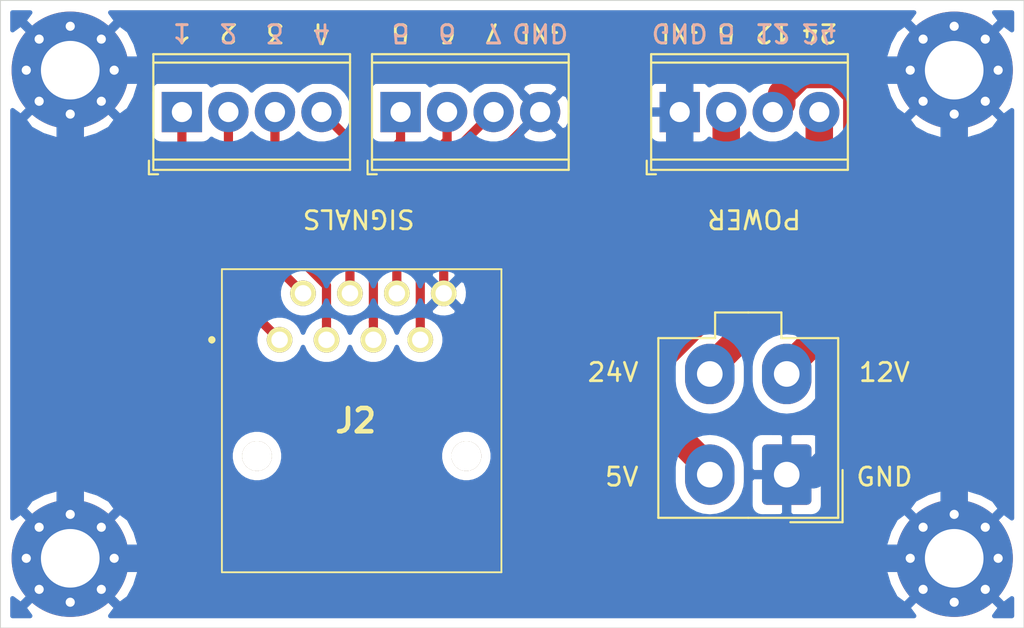
<source format=kicad_pcb>
(kicad_pcb (version 20171130) (host pcbnew "(5.1.4)-1")

  (general
    (thickness 1.6)
    (drawings 34)
    (tracks 57)
    (zones 0)
    (modules 9)
    (nets 12)
  )

  (page A4)
  (layers
    (0 F.Cu signal hide)
    (31 B.Cu signal hide)
    (32 B.Adhes user)
    (33 F.Adhes user)
    (34 B.Paste user)
    (35 F.Paste user)
    (36 B.SilkS user)
    (37 F.SilkS user)
    (38 B.Mask user)
    (39 F.Mask user)
    (40 Dwgs.User user)
    (41 Cmts.User user)
    (42 Eco1.User user)
    (43 Eco2.User user)
    (44 Edge.Cuts user)
    (45 Margin user)
    (46 B.CrtYd user)
    (47 F.CrtYd user)
    (48 B.Fab user)
    (49 F.Fab user hide)
  )

  (setup
    (last_trace_width 0.25)
    (user_trace_width 0.5)
    (user_trace_width 1)
    (user_trace_width 1.5)
    (trace_clearance 0.2)
    (zone_clearance 0.508)
    (zone_45_only no)
    (trace_min 0.2)
    (via_size 0.8)
    (via_drill 0.4)
    (via_min_size 0.4)
    (via_min_drill 0.3)
    (uvia_size 0.3)
    (uvia_drill 0.1)
    (uvias_allowed no)
    (uvia_min_size 0.2)
    (uvia_min_drill 0.1)
    (edge_width 0.05)
    (segment_width 0.2)
    (pcb_text_width 0.3)
    (pcb_text_size 1.5 1.5)
    (mod_edge_width 0.12)
    (mod_text_size 1 1)
    (mod_text_width 0.15)
    (pad_size 1.524 1.524)
    (pad_drill 0.762)
    (pad_to_mask_clearance 0.051)
    (solder_mask_min_width 0.25)
    (aux_axis_origin 0 0)
    (visible_elements 7FFFFFFF)
    (pcbplotparams
      (layerselection 0x010fc_ffffffff)
      (usegerberextensions false)
      (usegerberattributes false)
      (usegerberadvancedattributes false)
      (creategerberjobfile false)
      (excludeedgelayer true)
      (linewidth 0.100000)
      (plotframeref false)
      (viasonmask false)
      (mode 1)
      (useauxorigin false)
      (hpglpennumber 1)
      (hpglpenspeed 20)
      (hpglpendiameter 15.000000)
      (psnegative false)
      (psa4output false)
      (plotreference true)
      (plotvalue true)
      (plotinvisibletext false)
      (padsonsilk false)
      (subtractmaskfromsilk false)
      (outputformat 1)
      (mirror false)
      (drillshape 1)
      (scaleselection 1)
      (outputdirectory ""))
  )

  (net 0 "")
  (net 1 1)
  (net 2 2)
  (net 3 3)
  (net 4 4)
  (net 5 5)
  (net 6 6)
  (net 7 7)
  (net 8 GND)
  (net 9 5V)
  (net 10 12V)
  (net 11 24V)

  (net_class Default "This is the default net class."
    (clearance 0.2)
    (trace_width 0.25)
    (via_dia 0.8)
    (via_drill 0.4)
    (uvia_dia 0.3)
    (uvia_drill 0.1)
    (add_net 1)
    (add_net 12V)
    (add_net 2)
    (add_net 24V)
    (add_net 3)
    (add_net 4)
    (add_net 5)
    (add_net 5V)
    (add_net 6)
    (add_net 7)
    (add_net GND)
  )

  (module TerminalBlock_Phoenix:TerminalBlock_Phoenix_MPT-0,5-4-2.54_1x04_P2.54mm_Horizontal (layer F.Cu) (tedit 5B294F98) (tstamp 5E958038)
    (at 100.076 77.216)
    (descr "Terminal Block Phoenix MPT-0,5-4-2.54, 4 pins, pitch 2.54mm, size 10.6x6.2mm^2, drill diamater 1.1mm, pad diameter 2.2mm, see http://www.mouser.com/ds/2/324/ItemDetail_1725672-916605.pdf, script-generated using https://github.com/pointhi/kicad-footprint-generator/scripts/TerminalBlock_Phoenix")
    (tags "THT Terminal Block Phoenix MPT-0,5-4-2.54 pitch 2.54mm size 10.6x6.2mm^2 drill 1.1mm pad 2.2mm")
    (path /5E954147)
    (fp_text reference J1 (at 3.81 -4.16) (layer F.SilkS) hide
      (effects (font (size 1 1) (thickness 0.15)))
    )
    (fp_text value SignalA (at 3.81 4.16) (layer F.Fab)
      (effects (font (size 1 1) (thickness 0.15)))
    )
    (fp_circle (center 0 0) (end 1.1 0) (layer F.Fab) (width 0.1))
    (fp_circle (center 2.54 0) (end 3.64 0) (layer F.Fab) (width 0.1))
    (fp_circle (center 5.08 0) (end 6.18 0) (layer F.Fab) (width 0.1))
    (fp_circle (center 7.62 0) (end 8.72 0) (layer F.Fab) (width 0.1))
    (fp_line (start -1.5 -3.1) (end 9.12 -3.1) (layer F.Fab) (width 0.1))
    (fp_line (start 9.12 -3.1) (end 9.12 3.1) (layer F.Fab) (width 0.1))
    (fp_line (start 9.12 3.1) (end -1 3.1) (layer F.Fab) (width 0.1))
    (fp_line (start -1 3.1) (end -1.5 2.6) (layer F.Fab) (width 0.1))
    (fp_line (start -1.5 2.6) (end -1.5 -3.1) (layer F.Fab) (width 0.1))
    (fp_line (start -1.5 2.6) (end 9.12 2.6) (layer F.Fab) (width 0.1))
    (fp_line (start -1.56 2.6) (end 9.18 2.6) (layer F.SilkS) (width 0.12))
    (fp_line (start -1.5 -2.7) (end 9.12 -2.7) (layer F.Fab) (width 0.1))
    (fp_line (start -1.56 -2.7) (end 9.18 -2.7) (layer F.SilkS) (width 0.12))
    (fp_line (start -1.56 -3.16) (end 9.18 -3.16) (layer F.SilkS) (width 0.12))
    (fp_line (start -1.56 3.16) (end 9.18 3.16) (layer F.SilkS) (width 0.12))
    (fp_line (start -1.56 -3.16) (end -1.56 3.16) (layer F.SilkS) (width 0.12))
    (fp_line (start 9.18 -3.16) (end 9.18 3.16) (layer F.SilkS) (width 0.12))
    (fp_line (start 0.835 -0.7) (end -0.701 0.835) (layer F.Fab) (width 0.1))
    (fp_line (start 0.701 -0.835) (end -0.835 0.7) (layer F.Fab) (width 0.1))
    (fp_line (start 3.375 -0.7) (end 1.84 0.835) (layer F.Fab) (width 0.1))
    (fp_line (start 3.241 -0.835) (end 1.706 0.7) (layer F.Fab) (width 0.1))
    (fp_line (start 5.915 -0.7) (end 4.38 0.835) (layer F.Fab) (width 0.1))
    (fp_line (start 5.781 -0.835) (end 4.246 0.7) (layer F.Fab) (width 0.1))
    (fp_line (start 8.455 -0.7) (end 6.92 0.835) (layer F.Fab) (width 0.1))
    (fp_line (start 8.321 -0.835) (end 6.786 0.7) (layer F.Fab) (width 0.1))
    (fp_line (start -1.8 2.66) (end -1.8 3.4) (layer F.SilkS) (width 0.12))
    (fp_line (start -1.8 3.4) (end -1.3 3.4) (layer F.SilkS) (width 0.12))
    (fp_line (start -2 -3.6) (end -2 3.6) (layer F.CrtYd) (width 0.05))
    (fp_line (start -2 3.6) (end 9.63 3.6) (layer F.CrtYd) (width 0.05))
    (fp_line (start 9.63 3.6) (end 9.63 -3.6) (layer F.CrtYd) (width 0.05))
    (fp_line (start 9.63 -3.6) (end -2 -3.6) (layer F.CrtYd) (width 0.05))
    (fp_text user %R (at 3.81 2) (layer F.Fab)
      (effects (font (size 1 1) (thickness 0.15)))
    )
    (pad 1 thru_hole rect (at 0 0) (size 2.2 2.2) (drill 1.1) (layers *.Cu *.Mask)
      (net 1 1))
    (pad 2 thru_hole circle (at 2.54 0) (size 2.2 2.2) (drill 1.1) (layers *.Cu *.Mask)
      (net 2 2))
    (pad 3 thru_hole circle (at 5.08 0) (size 2.2 2.2) (drill 1.1) (layers *.Cu *.Mask)
      (net 3 3))
    (pad 4 thru_hole circle (at 7.62 0) (size 2.2 2.2) (drill 1.1) (layers *.Cu *.Mask)
      (net 4 4))
    (model ${KIPRJMOD}/../libs/4PinTerminalBlock.step
      (offset (xyz 3.81 3.175 3.048))
      (scale (xyz 1 1 1))
      (rotate (xyz -90 0 180))
    )
  )

  (module 949:949 (layer F.Cu) (tedit 5E9524B6) (tstamp 5E958056)
    (at 105.41 89.662)
    (descr 949)
    (tags Connector)
    (path /5E952BC7)
    (fp_text reference J2 (at 4.155 4.42) (layer F.SilkS)
      (effects (font (size 1.27 1.27) (thickness 0.254)))
    )
    (fp_text value 949 (at 4.155 4.42) (layer F.SilkS) hide
      (effects (font (size 1.27 1.27) (thickness 0.254)))
    )
    (fp_line (start -3.15 -3.86) (end 12.11 -3.86) (layer Dwgs.User) (width 0.2))
    (fp_line (start 12.11 -3.86) (end 12.11 12.7) (layer Dwgs.User) (width 0.2))
    (fp_line (start 12.11 12.7) (end -3.15 12.7) (layer Dwgs.User) (width 0.2))
    (fp_line (start -3.15 12.7) (end -3.15 -3.86) (layer Dwgs.User) (width 0.2))
    (fp_line (start -3.15 -3.86) (end 12.11 -3.86) (layer F.SilkS) (width 0.1))
    (fp_line (start 12.11 -3.86) (end 12.11 12.7) (layer F.SilkS) (width 0.1))
    (fp_line (start 12.11 12.7) (end -3.15 12.7) (layer F.SilkS) (width 0.1))
    (fp_line (start -3.15 12.7) (end -3.15 -3.86) (layer F.SilkS) (width 0.1))
    (fp_line (start -4.8 -4.86) (end 13.11 -4.86) (layer Dwgs.User) (width 0.1))
    (fp_line (start 13.11 -4.86) (end 13.11 13.7) (layer Dwgs.User) (width 0.1))
    (fp_line (start 13.11 13.7) (end -4.8 13.7) (layer Dwgs.User) (width 0.1))
    (fp_line (start -4.8 13.7) (end -4.8 -4.86) (layer Dwgs.User) (width 0.1))
    (fp_line (start -3.7 -0.1) (end -3.7 -0.1) (layer F.SilkS) (width 0.2))
    (fp_line (start -3.7 0.1) (end -3.7 0.1) (layer F.SilkS) (width 0.2))
    (fp_arc (start -3.7 0) (end -3.7 -0.1) (angle 180) (layer F.SilkS) (width 0.2))
    (fp_arc (start -3.7 0) (end -3.7 0.1) (angle 180) (layer F.SilkS) (width 0.2))
    (pad 1 thru_hole circle (at 0 0 90) (size 1.4 1.4) (drill 0.9) (layers *.Cu *.Mask F.SilkS)
      (net 1 1))
    (pad 2 thru_hole circle (at 1.28 -2.54 90) (size 1.4 1.4) (drill 0.9) (layers *.Cu *.Mask F.SilkS)
      (net 2 2))
    (pad 3 thru_hole circle (at 2.56 0 90) (size 1.4 1.4) (drill 0.9) (layers *.Cu *.Mask F.SilkS)
      (net 3 3))
    (pad 4 thru_hole circle (at 3.84 -2.54 90) (size 1.4 1.4) (drill 0.9) (layers *.Cu *.Mask F.SilkS)
      (net 4 4))
    (pad 5 thru_hole circle (at 5.12 0 90) (size 1.4 1.4) (drill 0.9) (layers *.Cu *.Mask F.SilkS)
      (net 5 5))
    (pad 6 thru_hole circle (at 6.4 -2.54 90) (size 1.4 1.4) (drill 0.9) (layers *.Cu *.Mask F.SilkS)
      (net 6 6))
    (pad 7 thru_hole circle (at 7.68 0 90) (size 1.4 1.4) (drill 0.9) (layers *.Cu *.Mask F.SilkS)
      (net 7 7))
    (pad 8 thru_hole circle (at 8.96 -2.54 90) (size 1.4 1.4) (drill 0.9) (layers *.Cu *.Mask F.SilkS)
      (net 8 GND))
    (pad 9 thru_hole circle (at -1.235 6.35 90) (size 1.625 1.625) (drill 3.25) (layers *.Cu *.Mask F.SilkS))
    (pad 10 thru_hole circle (at 10.195 6.35 90) (size 1.625 1.625) (drill 3.25) (layers *.Cu *.Mask F.SilkS))
    (model ${KIPRJMOD}/../libs/Keystone949/949.stp
      (at (xyz 0 0 0))
      (scale (xyz 1 1 1))
      (rotate (xyz 0 0 0))
    )
  )

  (module Connector_Molex:Molex_Mini-Fit_Jr_5566-04A_2x02_P4.20mm_Vertical (layer F.Cu) (tedit 5B781992) (tstamp 5E95808C)
    (at 133.096 97.028 180)
    (descr "Molex Mini-Fit Jr. Power Connectors, old mpn/engineering number: 5566-04A, example for new mpn: 39-28-x04x, 2 Pins per row, Mounting:  (http://www.molex.com/pdm_docs/sd/039281043_sd.pdf), generated with kicad-footprint-generator")
    (tags "connector Molex Mini-Fit_Jr side entry")
    (path /5E95382E)
    (fp_text reference POWER (at 2.032 -3.556) (layer F.SilkS) hide
      (effects (font (size 1 1) (thickness 0.15)))
    )
    (fp_text value MiniFitPower (at 2.1 9.95) (layer F.Fab)
      (effects (font (size 1 1) (thickness 0.15)))
    )
    (fp_line (start -2.7 -2.25) (end -2.7 7.35) (layer F.Fab) (width 0.1))
    (fp_line (start -2.7 7.35) (end 6.9 7.35) (layer F.Fab) (width 0.1))
    (fp_line (start 6.9 7.35) (end 6.9 -2.25) (layer F.Fab) (width 0.1))
    (fp_line (start 6.9 -2.25) (end -2.7 -2.25) (layer F.Fab) (width 0.1))
    (fp_line (start 0.4 7.35) (end 0.4 8.75) (layer F.Fab) (width 0.1))
    (fp_line (start 0.4 8.75) (end 3.8 8.75) (layer F.Fab) (width 0.1))
    (fp_line (start 3.8 8.75) (end 3.8 7.35) (layer F.Fab) (width 0.1))
    (fp_line (start -1.65 -1) (end -1.65 2.3) (layer F.Fab) (width 0.1))
    (fp_line (start -1.65 2.3) (end 1.65 2.3) (layer F.Fab) (width 0.1))
    (fp_line (start 1.65 2.3) (end 1.65 -1) (layer F.Fab) (width 0.1))
    (fp_line (start 1.65 -1) (end -1.65 -1) (layer F.Fab) (width 0.1))
    (fp_line (start -1.65 6.5) (end -1.65 4.025) (layer F.Fab) (width 0.1))
    (fp_line (start -1.65 4.025) (end -0.825 3.2) (layer F.Fab) (width 0.1))
    (fp_line (start -0.825 3.2) (end 0.825 3.2) (layer F.Fab) (width 0.1))
    (fp_line (start 0.825 3.2) (end 1.65 4.025) (layer F.Fab) (width 0.1))
    (fp_line (start 1.65 4.025) (end 1.65 6.5) (layer F.Fab) (width 0.1))
    (fp_line (start 1.65 6.5) (end -1.65 6.5) (layer F.Fab) (width 0.1))
    (fp_line (start 2.55 3.2) (end 2.55 6.5) (layer F.Fab) (width 0.1))
    (fp_line (start 2.55 6.5) (end 5.85 6.5) (layer F.Fab) (width 0.1))
    (fp_line (start 5.85 6.5) (end 5.85 3.2) (layer F.Fab) (width 0.1))
    (fp_line (start 5.85 3.2) (end 2.55 3.2) (layer F.Fab) (width 0.1))
    (fp_line (start 2.55 2.3) (end 2.55 -0.175) (layer F.Fab) (width 0.1))
    (fp_line (start 2.55 -0.175) (end 3.375 -1) (layer F.Fab) (width 0.1))
    (fp_line (start 3.375 -1) (end 5.025 -1) (layer F.Fab) (width 0.1))
    (fp_line (start 5.025 -1) (end 5.85 -0.175) (layer F.Fab) (width 0.1))
    (fp_line (start 5.85 -0.175) (end 5.85 2.3) (layer F.Fab) (width 0.1))
    (fp_line (start 5.85 2.3) (end 2.55 2.3) (layer F.Fab) (width 0.1))
    (fp_line (start 2.1 -2.36) (end -2.81 -2.36) (layer F.SilkS) (width 0.12))
    (fp_line (start -2.81 -2.36) (end -2.81 7.46) (layer F.SilkS) (width 0.12))
    (fp_line (start -2.81 7.46) (end 0.29 7.46) (layer F.SilkS) (width 0.12))
    (fp_line (start 0.29 7.46) (end 0.29 8.86) (layer F.SilkS) (width 0.12))
    (fp_line (start 0.29 8.86) (end 2.1 8.86) (layer F.SilkS) (width 0.12))
    (fp_line (start 2.1 -2.36) (end 7.01 -2.36) (layer F.SilkS) (width 0.12))
    (fp_line (start 7.01 -2.36) (end 7.01 7.46) (layer F.SilkS) (width 0.12))
    (fp_line (start 7.01 7.46) (end 3.91 7.46) (layer F.SilkS) (width 0.12))
    (fp_line (start 3.91 7.46) (end 3.91 8.86) (layer F.SilkS) (width 0.12))
    (fp_line (start 3.91 8.86) (end 2.1 8.86) (layer F.SilkS) (width 0.12))
    (fp_line (start -0.2 -2.6) (end -3.05 -2.6) (layer F.SilkS) (width 0.12))
    (fp_line (start -3.05 -2.6) (end -3.05 0.25) (layer F.SilkS) (width 0.12))
    (fp_line (start -0.2 -2.6) (end -3.05 -2.6) (layer F.Fab) (width 0.1))
    (fp_line (start -3.05 -2.6) (end -3.05 0.25) (layer F.Fab) (width 0.1))
    (fp_line (start -3.2 -2.75) (end -3.2 9.25) (layer F.CrtYd) (width 0.05))
    (fp_line (start -3.2 9.25) (end 7.4 9.25) (layer F.CrtYd) (width 0.05))
    (fp_line (start 7.4 9.25) (end 7.4 -2.75) (layer F.CrtYd) (width 0.05))
    (fp_line (start 7.4 -2.75) (end -3.2 -2.75) (layer F.CrtYd) (width 0.05))
    (fp_text user %R (at 2.1 -1.55) (layer F.Fab)
      (effects (font (size 1 1) (thickness 0.15)))
    )
    (pad 1 thru_hole roundrect (at 0 0 180) (size 2.7 3.3) (drill 1.4) (layers *.Cu *.Mask) (roundrect_rratio 0.09259299999999999)
      (net 8 GND))
    (pad 2 thru_hole oval (at 4.2 0 180) (size 2.7 3.3) (drill 1.4) (layers *.Cu *.Mask)
      (net 9 5V))
    (pad 3 thru_hole oval (at 0 5.5 180) (size 2.7 3.3) (drill 1.4) (layers *.Cu *.Mask)
      (net 10 12V))
    (pad 4 thru_hole oval (at 4.2 5.5 180) (size 2.7 3.3) (drill 1.4) (layers *.Cu *.Mask)
      (net 11 24V))
    (model ${KIPRJMOD}/../libs/039281043.stp
      (offset (xyz 2.1 -2.5 0))
      (scale (xyz 1 1 1))
      (rotate (xyz -90 0 180))
    )
  )

  (module TerminalBlock_Phoenix:TerminalBlock_Phoenix_MPT-0,5-4-2.54_1x04_P2.54mm_Horizontal (layer F.Cu) (tedit 5B294F98) (tstamp 5E9580B4)
    (at 127.254 77.216)
    (descr "Terminal Block Phoenix MPT-0,5-4-2.54, 4 pins, pitch 2.54mm, size 10.6x6.2mm^2, drill diamater 1.1mm, pad diameter 2.2mm, see http://www.mouser.com/ds/2/324/ItemDetail_1725672-916605.pdf, script-generated using https://github.com/pointhi/kicad-footprint-generator/scripts/TerminalBlock_Phoenix")
    (tags "THT Terminal Block Phoenix MPT-0,5-4-2.54 pitch 2.54mm size 10.6x6.2mm^2 drill 1.1mm pad 2.2mm")
    (path /5E957B7A)
    (fp_text reference J4 (at 3.81 -4.16) (layer F.SilkS) hide
      (effects (font (size 1 1) (thickness 0.15)))
    )
    (fp_text value Power (at 3.81 4.16) (layer F.Fab)
      (effects (font (size 1 1) (thickness 0.15)))
    )
    (fp_circle (center 0 0) (end 1.1 0) (layer F.Fab) (width 0.1))
    (fp_circle (center 2.54 0) (end 3.64 0) (layer F.Fab) (width 0.1))
    (fp_circle (center 5.08 0) (end 6.18 0) (layer F.Fab) (width 0.1))
    (fp_circle (center 7.62 0) (end 8.72 0) (layer F.Fab) (width 0.1))
    (fp_line (start -1.5 -3.1) (end 9.12 -3.1) (layer F.Fab) (width 0.1))
    (fp_line (start 9.12 -3.1) (end 9.12 3.1) (layer F.Fab) (width 0.1))
    (fp_line (start 9.12 3.1) (end -1 3.1) (layer F.Fab) (width 0.1))
    (fp_line (start -1 3.1) (end -1.5 2.6) (layer F.Fab) (width 0.1))
    (fp_line (start -1.5 2.6) (end -1.5 -3.1) (layer F.Fab) (width 0.1))
    (fp_line (start -1.5 2.6) (end 9.12 2.6) (layer F.Fab) (width 0.1))
    (fp_line (start -1.56 2.6) (end 9.18 2.6) (layer F.SilkS) (width 0.12))
    (fp_line (start -1.5 -2.7) (end 9.12 -2.7) (layer F.Fab) (width 0.1))
    (fp_line (start -1.56 -2.7) (end 9.18 -2.7) (layer F.SilkS) (width 0.12))
    (fp_line (start -1.56 -3.16) (end 9.18 -3.16) (layer F.SilkS) (width 0.12))
    (fp_line (start -1.56 3.16) (end 9.18 3.16) (layer F.SilkS) (width 0.12))
    (fp_line (start -1.56 -3.16) (end -1.56 3.16) (layer F.SilkS) (width 0.12))
    (fp_line (start 9.18 -3.16) (end 9.18 3.16) (layer F.SilkS) (width 0.12))
    (fp_line (start 0.835 -0.7) (end -0.701 0.835) (layer F.Fab) (width 0.1))
    (fp_line (start 0.701 -0.835) (end -0.835 0.7) (layer F.Fab) (width 0.1))
    (fp_line (start 3.375 -0.7) (end 1.84 0.835) (layer F.Fab) (width 0.1))
    (fp_line (start 3.241 -0.835) (end 1.706 0.7) (layer F.Fab) (width 0.1))
    (fp_line (start 5.915 -0.7) (end 4.38 0.835) (layer F.Fab) (width 0.1))
    (fp_line (start 5.781 -0.835) (end 4.246 0.7) (layer F.Fab) (width 0.1))
    (fp_line (start 8.455 -0.7) (end 6.92 0.835) (layer F.Fab) (width 0.1))
    (fp_line (start 8.321 -0.835) (end 6.786 0.7) (layer F.Fab) (width 0.1))
    (fp_line (start -1.8 2.66) (end -1.8 3.4) (layer F.SilkS) (width 0.12))
    (fp_line (start -1.8 3.4) (end -1.3 3.4) (layer F.SilkS) (width 0.12))
    (fp_line (start -2 -3.6) (end -2 3.6) (layer F.CrtYd) (width 0.05))
    (fp_line (start -2 3.6) (end 9.63 3.6) (layer F.CrtYd) (width 0.05))
    (fp_line (start 9.63 3.6) (end 9.63 -3.6) (layer F.CrtYd) (width 0.05))
    (fp_line (start 9.63 -3.6) (end -2 -3.6) (layer F.CrtYd) (width 0.05))
    (fp_text user %R (at 3.81 2) (layer F.Fab)
      (effects (font (size 1 1) (thickness 0.15)))
    )
    (pad 1 thru_hole rect (at 0 0) (size 2.2 2.2) (drill 1.1) (layers *.Cu *.Mask)
      (net 8 GND))
    (pad 2 thru_hole circle (at 2.54 0) (size 2.2 2.2) (drill 1.1) (layers *.Cu *.Mask)
      (net 9 5V))
    (pad 3 thru_hole circle (at 5.08 0) (size 2.2 2.2) (drill 1.1) (layers *.Cu *.Mask)
      (net 10 12V))
    (pad 4 thru_hole circle (at 7.62 0) (size 2.2 2.2) (drill 1.1) (layers *.Cu *.Mask)
      (net 11 24V))
    (model ${KIPRJMOD}/../libs/4PinTerminalBlock.step
      (offset (xyz 3.81 3.175 3.048))
      (scale (xyz 1 1 1))
      (rotate (xyz -90 0 180))
    )
  )

  (module TerminalBlock_Phoenix:TerminalBlock_Phoenix_MPT-0,5-4-2.54_1x04_P2.54mm_Horizontal (layer F.Cu) (tedit 5B294F98) (tstamp 5E9580DC)
    (at 112.014 77.216)
    (descr "Terminal Block Phoenix MPT-0,5-4-2.54, 4 pins, pitch 2.54mm, size 10.6x6.2mm^2, drill diamater 1.1mm, pad diameter 2.2mm, see http://www.mouser.com/ds/2/324/ItemDetail_1725672-916605.pdf, script-generated using https://github.com/pointhi/kicad-footprint-generator/scripts/TerminalBlock_Phoenix")
    (tags "THT Terminal Block Phoenix MPT-0,5-4-2.54 pitch 2.54mm size 10.6x6.2mm^2 drill 1.1mm pad 2.2mm")
    (path /5E9560A2)
    (fp_text reference J5 (at 3.81 -4.16) (layer F.SilkS) hide
      (effects (font (size 1 1) (thickness 0.15)))
    )
    (fp_text value SignalB (at 3.81 4.16) (layer F.Fab)
      (effects (font (size 1 1) (thickness 0.15)))
    )
    (fp_text user %R (at 3.81 2) (layer F.Fab)
      (effects (font (size 1 1) (thickness 0.15)))
    )
    (fp_line (start 9.63 -3.6) (end -2 -3.6) (layer F.CrtYd) (width 0.05))
    (fp_line (start 9.63 3.6) (end 9.63 -3.6) (layer F.CrtYd) (width 0.05))
    (fp_line (start -2 3.6) (end 9.63 3.6) (layer F.CrtYd) (width 0.05))
    (fp_line (start -2 -3.6) (end -2 3.6) (layer F.CrtYd) (width 0.05))
    (fp_line (start -1.8 3.4) (end -1.3 3.4) (layer F.SilkS) (width 0.12))
    (fp_line (start -1.8 2.66) (end -1.8 3.4) (layer F.SilkS) (width 0.12))
    (fp_line (start 8.321 -0.835) (end 6.786 0.7) (layer F.Fab) (width 0.1))
    (fp_line (start 8.455 -0.7) (end 6.92 0.835) (layer F.Fab) (width 0.1))
    (fp_line (start 5.781 -0.835) (end 4.246 0.7) (layer F.Fab) (width 0.1))
    (fp_line (start 5.915 -0.7) (end 4.38 0.835) (layer F.Fab) (width 0.1))
    (fp_line (start 3.241 -0.835) (end 1.706 0.7) (layer F.Fab) (width 0.1))
    (fp_line (start 3.375 -0.7) (end 1.84 0.835) (layer F.Fab) (width 0.1))
    (fp_line (start 0.701 -0.835) (end -0.835 0.7) (layer F.Fab) (width 0.1))
    (fp_line (start 0.835 -0.7) (end -0.701 0.835) (layer F.Fab) (width 0.1))
    (fp_line (start 9.18 -3.16) (end 9.18 3.16) (layer F.SilkS) (width 0.12))
    (fp_line (start -1.56 -3.16) (end -1.56 3.16) (layer F.SilkS) (width 0.12))
    (fp_line (start -1.56 3.16) (end 9.18 3.16) (layer F.SilkS) (width 0.12))
    (fp_line (start -1.56 -3.16) (end 9.18 -3.16) (layer F.SilkS) (width 0.12))
    (fp_line (start -1.56 -2.7) (end 9.18 -2.7) (layer F.SilkS) (width 0.12))
    (fp_line (start -1.5 -2.7) (end 9.12 -2.7) (layer F.Fab) (width 0.1))
    (fp_line (start -1.56 2.6) (end 9.18 2.6) (layer F.SilkS) (width 0.12))
    (fp_line (start -1.5 2.6) (end 9.12 2.6) (layer F.Fab) (width 0.1))
    (fp_line (start -1.5 2.6) (end -1.5 -3.1) (layer F.Fab) (width 0.1))
    (fp_line (start -1 3.1) (end -1.5 2.6) (layer F.Fab) (width 0.1))
    (fp_line (start 9.12 3.1) (end -1 3.1) (layer F.Fab) (width 0.1))
    (fp_line (start 9.12 -3.1) (end 9.12 3.1) (layer F.Fab) (width 0.1))
    (fp_line (start -1.5 -3.1) (end 9.12 -3.1) (layer F.Fab) (width 0.1))
    (fp_circle (center 7.62 0) (end 8.72 0) (layer F.Fab) (width 0.1))
    (fp_circle (center 5.08 0) (end 6.18 0) (layer F.Fab) (width 0.1))
    (fp_circle (center 2.54 0) (end 3.64 0) (layer F.Fab) (width 0.1))
    (fp_circle (center 0 0) (end 1.1 0) (layer F.Fab) (width 0.1))
    (pad 4 thru_hole circle (at 7.62 0) (size 2.2 2.2) (drill 1.1) (layers *.Cu *.Mask)
      (net 8 GND))
    (pad 3 thru_hole circle (at 5.08 0) (size 2.2 2.2) (drill 1.1) (layers *.Cu *.Mask)
      (net 7 7))
    (pad 2 thru_hole circle (at 2.54 0) (size 2.2 2.2) (drill 1.1) (layers *.Cu *.Mask)
      (net 6 6))
    (pad 1 thru_hole rect (at 0 0) (size 2.2 2.2) (drill 1.1) (layers *.Cu *.Mask)
      (net 5 5))
    (model ${KIPRJMOD}/../libs/4PinTerminalBlock.step
      (offset (xyz 3.81 3.175 3.048))
      (scale (xyz 1 1 1))
      (rotate (xyz -90 0 180))
    )
  )

  (module MountingHole:MountingHole_3.2mm_M3_Pad_Via (layer F.Cu) (tedit 56DDBCCA) (tstamp 5E958AD6)
    (at 93.98 101.6)
    (descr "Mounting Hole 3.2mm, M3")
    (tags "mounting hole 3.2mm m3")
    (path /5E9547C8)
    (attr virtual)
    (fp_text reference H1 (at 0 -4.2) (layer F.SilkS) hide
      (effects (font (size 1 1) (thickness 0.15)))
    )
    (fp_text value MountingHole_Pad (at 0 4.2) (layer F.Fab)
      (effects (font (size 1 1) (thickness 0.15)))
    )
    (fp_text user %R (at 0.3 0) (layer F.Fab)
      (effects (font (size 1 1) (thickness 0.15)))
    )
    (fp_circle (center 0 0) (end 3.2 0) (layer Cmts.User) (width 0.15))
    (fp_circle (center 0 0) (end 3.45 0) (layer F.CrtYd) (width 0.05))
    (pad 1 thru_hole circle (at 0 0) (size 6.4 6.4) (drill 3.2) (layers *.Cu *.Mask)
      (net 8 GND))
    (pad 1 thru_hole circle (at 2.4 0) (size 0.8 0.8) (drill 0.5) (layers *.Cu *.Mask)
      (net 8 GND))
    (pad 1 thru_hole circle (at 1.697056 1.697056) (size 0.8 0.8) (drill 0.5) (layers *.Cu *.Mask)
      (net 8 GND))
    (pad 1 thru_hole circle (at 0 2.4) (size 0.8 0.8) (drill 0.5) (layers *.Cu *.Mask)
      (net 8 GND))
    (pad 1 thru_hole circle (at -1.697056 1.697056) (size 0.8 0.8) (drill 0.5) (layers *.Cu *.Mask)
      (net 8 GND))
    (pad 1 thru_hole circle (at -2.4 0) (size 0.8 0.8) (drill 0.5) (layers *.Cu *.Mask)
      (net 8 GND))
    (pad 1 thru_hole circle (at -1.697056 -1.697056) (size 0.8 0.8) (drill 0.5) (layers *.Cu *.Mask)
      (net 8 GND))
    (pad 1 thru_hole circle (at 0 -2.4) (size 0.8 0.8) (drill 0.5) (layers *.Cu *.Mask)
      (net 8 GND))
    (pad 1 thru_hole circle (at 1.697056 -1.697056) (size 0.8 0.8) (drill 0.5) (layers *.Cu *.Mask)
      (net 8 GND))
  )

  (module MountingHole:MountingHole_3.2mm_M3_Pad_Via (layer F.Cu) (tedit 56DDBCCA) (tstamp 5E958A08)
    (at 142.24 101.6)
    (descr "Mounting Hole 3.2mm, M3")
    (tags "mounting hole 3.2mm m3")
    (path /5E954AB6)
    (attr virtual)
    (fp_text reference H2 (at 0 -4.2) (layer F.SilkS) hide
      (effects (font (size 1 1) (thickness 0.15)))
    )
    (fp_text value MountingHole_Pad (at 0 4.2) (layer F.Fab)
      (effects (font (size 1 1) (thickness 0.15)))
    )
    (fp_circle (center 0 0) (end 3.45 0) (layer F.CrtYd) (width 0.05))
    (fp_circle (center 0 0) (end 3.2 0) (layer Cmts.User) (width 0.15))
    (fp_text user %R (at 0.3 0) (layer F.Fab)
      (effects (font (size 1 1) (thickness 0.15)))
    )
    (pad 1 thru_hole circle (at 1.697056 -1.697056) (size 0.8 0.8) (drill 0.5) (layers *.Cu *.Mask)
      (net 8 GND))
    (pad 1 thru_hole circle (at 0 -2.4) (size 0.8 0.8) (drill 0.5) (layers *.Cu *.Mask)
      (net 8 GND))
    (pad 1 thru_hole circle (at -1.697056 -1.697056) (size 0.8 0.8) (drill 0.5) (layers *.Cu *.Mask)
      (net 8 GND))
    (pad 1 thru_hole circle (at -2.4 0) (size 0.8 0.8) (drill 0.5) (layers *.Cu *.Mask)
      (net 8 GND))
    (pad 1 thru_hole circle (at -1.697056 1.697056) (size 0.8 0.8) (drill 0.5) (layers *.Cu *.Mask)
      (net 8 GND))
    (pad 1 thru_hole circle (at 0 2.4) (size 0.8 0.8) (drill 0.5) (layers *.Cu *.Mask)
      (net 8 GND))
    (pad 1 thru_hole circle (at 1.697056 1.697056) (size 0.8 0.8) (drill 0.5) (layers *.Cu *.Mask)
      (net 8 GND))
    (pad 1 thru_hole circle (at 2.4 0) (size 0.8 0.8) (drill 0.5) (layers *.Cu *.Mask)
      (net 8 GND))
    (pad 1 thru_hole circle (at 0 0) (size 6.4 6.4) (drill 3.2) (layers *.Cu *.Mask)
      (net 8 GND))
  )

  (module MountingHole:MountingHole_3.2mm_M3_Pad_Via (layer F.Cu) (tedit 56DDBCCA) (tstamp 5E958A18)
    (at 93.98 74.93)
    (descr "Mounting Hole 3.2mm, M3")
    (tags "mounting hole 3.2mm m3")
    (path /5E954DBF)
    (attr virtual)
    (fp_text reference H3 (at 0 -4.2) (layer F.SilkS) hide
      (effects (font (size 1 1) (thickness 0.15)))
    )
    (fp_text value MountingHole_Pad (at 0 4.2) (layer F.Fab)
      (effects (font (size 1 1) (thickness 0.15)))
    )
    (fp_text user %R (at 0.3 0) (layer F.Fab)
      (effects (font (size 1 1) (thickness 0.15)))
    )
    (fp_circle (center 0 0) (end 3.2 0) (layer Cmts.User) (width 0.15))
    (fp_circle (center 0 0) (end 3.45 0) (layer F.CrtYd) (width 0.05))
    (pad 1 thru_hole circle (at 0 0) (size 6.4 6.4) (drill 3.2) (layers *.Cu *.Mask)
      (net 8 GND))
    (pad 1 thru_hole circle (at 2.4 0) (size 0.8 0.8) (drill 0.5) (layers *.Cu *.Mask)
      (net 8 GND))
    (pad 1 thru_hole circle (at 1.697056 1.697056) (size 0.8 0.8) (drill 0.5) (layers *.Cu *.Mask)
      (net 8 GND))
    (pad 1 thru_hole circle (at 0 2.4) (size 0.8 0.8) (drill 0.5) (layers *.Cu *.Mask)
      (net 8 GND))
    (pad 1 thru_hole circle (at -1.697056 1.697056) (size 0.8 0.8) (drill 0.5) (layers *.Cu *.Mask)
      (net 8 GND))
    (pad 1 thru_hole circle (at -2.4 0) (size 0.8 0.8) (drill 0.5) (layers *.Cu *.Mask)
      (net 8 GND))
    (pad 1 thru_hole circle (at -1.697056 -1.697056) (size 0.8 0.8) (drill 0.5) (layers *.Cu *.Mask)
      (net 8 GND))
    (pad 1 thru_hole circle (at 0 -2.4) (size 0.8 0.8) (drill 0.5) (layers *.Cu *.Mask)
      (net 8 GND))
    (pad 1 thru_hole circle (at 1.697056 -1.697056) (size 0.8 0.8) (drill 0.5) (layers *.Cu *.Mask)
      (net 8 GND))
  )

  (module MountingHole:MountingHole_3.2mm_M3_Pad_Via (layer F.Cu) (tedit 56DDBCCA) (tstamp 5E958A28)
    (at 142.24 74.93)
    (descr "Mounting Hole 3.2mm, M3")
    (tags "mounting hole 3.2mm m3")
    (path /5E9550BB)
    (attr virtual)
    (fp_text reference H4 (at 0 -4.2) (layer F.SilkS) hide
      (effects (font (size 1 1) (thickness 0.15)))
    )
    (fp_text value MountingHole_Pad (at 0 4.2) (layer F.Fab)
      (effects (font (size 1 1) (thickness 0.15)))
    )
    (fp_circle (center 0 0) (end 3.45 0) (layer F.CrtYd) (width 0.05))
    (fp_circle (center 0 0) (end 3.2 0) (layer Cmts.User) (width 0.15))
    (fp_text user %R (at 0.3 0) (layer F.Fab)
      (effects (font (size 1 1) (thickness 0.15)))
    )
    (pad 1 thru_hole circle (at 1.697056 -1.697056) (size 0.8 0.8) (drill 0.5) (layers *.Cu *.Mask)
      (net 8 GND))
    (pad 1 thru_hole circle (at 0 -2.4) (size 0.8 0.8) (drill 0.5) (layers *.Cu *.Mask)
      (net 8 GND))
    (pad 1 thru_hole circle (at -1.697056 -1.697056) (size 0.8 0.8) (drill 0.5) (layers *.Cu *.Mask)
      (net 8 GND))
    (pad 1 thru_hole circle (at -2.4 0) (size 0.8 0.8) (drill 0.5) (layers *.Cu *.Mask)
      (net 8 GND))
    (pad 1 thru_hole circle (at -1.697056 1.697056) (size 0.8 0.8) (drill 0.5) (layers *.Cu *.Mask)
      (net 8 GND))
    (pad 1 thru_hole circle (at 0 2.4) (size 0.8 0.8) (drill 0.5) (layers *.Cu *.Mask)
      (net 8 GND))
    (pad 1 thru_hole circle (at 1.697056 1.697056) (size 0.8 0.8) (drill 0.5) (layers *.Cu *.Mask)
      (net 8 GND))
    (pad 1 thru_hole circle (at 2.4 0) (size 0.8 0.8) (drill 0.5) (layers *.Cu *.Mask)
      (net 8 GND))
    (pad 1 thru_hole circle (at 0 0) (size 6.4 6.4) (drill 3.2) (layers *.Cu *.Mask)
      (net 8 GND))
  )

  (gr_text 5 (at 129.794 72.898 180) (layer B.SilkS) (tstamp 5E958F0D)
    (effects (font (size 1 1) (thickness 0.15)) (justify mirror))
  )
  (gr_text 5 (at 112.014 72.898 180) (layer B.SilkS) (tstamp 5E958F0C)
    (effects (font (size 1 1) (thickness 0.15)) (justify mirror))
  )
  (gr_text 4 (at 107.696 72.898 180) (layer B.SilkS) (tstamp 5E958F0B)
    (effects (font (size 1 1) (thickness 0.15)) (justify mirror))
  )
  (gr_text 6 (at 114.554 72.898 180) (layer B.SilkS) (tstamp 5E958F0A)
    (effects (font (size 1 1) (thickness 0.15)) (justify mirror))
  )
  (gr_text GND (at 127.254 72.898 180) (layer B.SilkS) (tstamp 5E958F09)
    (effects (font (size 1 1) (thickness 0.15)) (justify mirror))
  )
  (gr_text GND (at 119.634 72.898 180) (layer B.SilkS) (tstamp 5E958F08)
    (effects (font (size 1 1) (thickness 0.15)) (justify mirror))
  )
  (gr_text 7 (at 117.094 72.898 180) (layer B.SilkS) (tstamp 5E958F07)
    (effects (font (size 1 1) (thickness 0.15)) (justify mirror))
  )
  (gr_text 3 (at 105.156 72.898 180) (layer B.SilkS) (tstamp 5E958F06)
    (effects (font (size 1 1) (thickness 0.15)) (justify mirror))
  )
  (gr_text 2 (at 102.616 72.898 180) (layer B.SilkS) (tstamp 5E958F05)
    (effects (font (size 1 1) (thickness 0.15)) (justify mirror))
  )
  (gr_text 1 (at 100.076 72.898 180) (layer B.SilkS) (tstamp 5E958F04)
    (effects (font (size 1 1) (thickness 0.15)) (justify mirror))
  )
  (gr_text 24 (at 134.874 72.898 180) (layer B.SilkS) (tstamp 5E958F03)
    (effects (font (size 1 1) (thickness 0.15)) (justify mirror))
  )
  (gr_text 12 (at 132.334 72.898 180) (layer B.SilkS) (tstamp 5E958F02)
    (effects (font (size 1 1) (thickness 0.15)) (justify mirror))
  )
  (gr_text POWER (at 131.318 83.058 180) (layer F.SilkS) (tstamp 5E958DD7)
    (effects (font (size 1 1) (thickness 0.15)))
  )
  (gr_text 24 (at 134.874 72.898 180) (layer F.SilkS) (tstamp 5E958C72)
    (effects (font (size 1 1) (thickness 0.15)))
  )
  (gr_text 12 (at 132.334 72.898 180) (layer F.SilkS) (tstamp 5E958C70)
    (effects (font (size 1 1) (thickness 0.15)))
  )
  (gr_text 5 (at 129.794 72.898 180) (layer F.SilkS) (tstamp 5E958C6E)
    (effects (font (size 1 1) (thickness 0.15)))
  )
  (gr_text GND (at 127.254 72.898 180) (layer F.SilkS) (tstamp 5E958C6C)
    (effects (font (size 1 1) (thickness 0.15)))
  )
  (gr_text GND (at 119.634 72.898 180) (layer F.SilkS) (tstamp 5E958C6A)
    (effects (font (size 1 1) (thickness 0.15)))
  )
  (gr_text 7 (at 117.094 72.898 180) (layer F.SilkS) (tstamp 5E958C68)
    (effects (font (size 1 1) (thickness 0.15)))
  )
  (gr_text 6 (at 114.554 72.898 180) (layer F.SilkS) (tstamp 5E958C66)
    (effects (font (size 1 1) (thickness 0.15)))
  )
  (gr_text 5 (at 112.014 72.898 180) (layer F.SilkS) (tstamp 5E958C64)
    (effects (font (size 1 1) (thickness 0.15)))
  )
  (gr_text 4 (at 107.696 72.898 180) (layer F.SilkS) (tstamp 5E958C62)
    (effects (font (size 1 1) (thickness 0.15)))
  )
  (gr_text 3 (at 105.156 72.898 180) (layer F.SilkS) (tstamp 5E958C60)
    (effects (font (size 1 1) (thickness 0.15)))
  )
  (gr_text 2 (at 102.616 72.898 180) (layer F.SilkS) (tstamp 5E958C5E)
    (effects (font (size 1 1) (thickness 0.15)))
  )
  (gr_text 1 (at 100.076 72.898 180) (layer F.SilkS) (tstamp 5E958C56)
    (effects (font (size 1 1) (thickness 0.15)))
  )
  (gr_text SIGNALS (at 109.728 83.058 180) (layer F.SilkS) (tstamp 5E958C50)
    (effects (font (size 1 1) (thickness 0.15)))
  )
  (gr_text 24V (at 125.095 91.44) (layer F.SilkS) (tstamp 5E958BDA)
    (effects (font (size 1 1) (thickness 0.15)) (justify right))
  )
  (gr_text 12V (at 138.43 91.44) (layer F.SilkS) (tstamp 5E958BD4)
    (effects (font (size 1 1) (thickness 0.15)))
  )
  (gr_text 5V (at 125.095 97.155) (layer F.SilkS) (tstamp 5E958BD1)
    (effects (font (size 1 1) (thickness 0.15)) (justify right))
  )
  (gr_text GND (at 138.43 97.155) (layer F.SilkS)
    (effects (font (size 1 1) (thickness 0.15)))
  )
  (gr_line (start 90.17 105.41) (end 90.17 71.12) (layer Edge.Cuts) (width 0.05) (tstamp 5E958BC8))
  (gr_line (start 146.05 105.41) (end 90.17 105.41) (layer Edge.Cuts) (width 0.05))
  (gr_line (start 146.05 71.12) (end 146.05 105.41) (layer Edge.Cuts) (width 0.05))
  (gr_line (start 90.17 71.12) (end 146.05 71.12) (layer Edge.Cuts) (width 0.05))

  (segment (start 100.076 84.328) (end 105.41 89.662) (width 0.5) (layer F.Cu) (net 1))
  (segment (start 100.076 77.216) (end 100.076 84.328) (width 0.5) (layer F.Cu) (net 1))
  (segment (start 102.616 83.048) (end 106.69 87.122) (width 0.5) (layer F.Cu) (net 2))
  (segment (start 102.616 77.216) (end 102.616 83.048) (width 0.5) (layer F.Cu) (net 2))
  (segment (start 107.97 88.672051) (end 107.97 89.662) (width 0.5) (layer F.Cu) (net 3))
  (segment (start 107.97 86.699998) (end 107.97 88.672051) (width 0.5) (layer F.Cu) (net 3))
  (segment (start 105.156 77.216) (end 105.156 83.885998) (width 0.5) (layer F.Cu) (net 3))
  (segment (start 105.156 83.885998) (end 107.97 86.699998) (width 0.5) (layer F.Cu) (net 3))
  (segment (start 109.25 78.77) (end 109.25 87.122) (width 0.5) (layer F.Cu) (net 4))
  (segment (start 107.696 77.216) (end 109.25 78.77) (width 0.5) (layer F.Cu) (net 4))
  (segment (start 110.53 88.672051) (end 110.53 89.662) (width 0.5) (layer F.Cu) (net 5))
  (segment (start 110.53 80.3) (end 110.53 88.672051) (width 0.5) (layer F.Cu) (net 5))
  (segment (start 112.014 77.216) (end 112.014 78.816) (width 0.5) (layer F.Cu) (net 5))
  (segment (start 112.014 78.816) (end 110.53 80.3) (width 0.5) (layer F.Cu) (net 5))
  (segment (start 114.554 78.771634) (end 111.791634 81.534) (width 0.5) (layer F.Cu) (net 6))
  (segment (start 114.554 77.216) (end 114.554 78.771634) (width 0.5) (layer F.Cu) (net 6))
  (segment (start 111.81 81.552366) (end 111.81 87.122) (width 0.5) (layer F.Cu) (net 6))
  (segment (start 111.791634 81.534) (end 111.81 81.552366) (width 0.5) (layer F.Cu) (net 6))
  (segment (start 115.25401 79.05599) (end 115.25401 80.57999) (width 0.5) (layer F.Cu) (net 7))
  (segment (start 117.094 77.216) (end 115.25401 79.05599) (width 0.5) (layer F.Cu) (net 7))
  (segment (start 113.09 82.744) (end 113.09 89.662) (width 0.5) (layer F.Cu) (net 7))
  (segment (start 115.25401 80.57999) (end 113.09 82.744) (width 0.5) (layer F.Cu) (net 7))
  (segment (start 114.37 82.48) (end 114.37 87.122) (width 0.5) (layer F.Cu) (net 8))
  (segment (start 119.634 77.216) (end 114.37 82.48) (width 0.5) (layer F.Cu) (net 8))
  (segment (start 135.39601 96.17799) (end 135.39601 90.18401) (width 1.5) (layer B.Cu) (net 8))
  (segment (start 133.096 97.028) (end 134.546 97.028) (width 1.5) (layer B.Cu) (net 8))
  (segment (start 134.546 97.028) (end 135.39601 96.17799) (width 1.5) (layer B.Cu) (net 8))
  (segment (start 127.254 82.042) (end 127.254 77.216) (width 1.5) (layer B.Cu) (net 8))
  (segment (start 135.39601 90.18401) (end 127.254 82.042) (width 1.5) (layer B.Cu) (net 8))
  (segment (start 93.98 74.93) (end 98.505483 74.93) (width 1.5) (layer B.Cu) (net 8))
  (segment (start 93.98 74.93) (end 93.98 101.6) (width 1.5) (layer B.Cu) (net 8))
  (segment (start 98.505483 101.6) (end 142.24 101.6) (width 1.5) (layer B.Cu) (net 8))
  (segment (start 93.98 101.6) (end 98.505483 101.6) (width 1.5) (layer B.Cu) (net 8))
  (segment (start 142.24 97.074517) (end 142.24 74.93) (width 1.5) (layer B.Cu) (net 8))
  (segment (start 142.24 101.6) (end 142.24 97.074517) (width 1.5) (layer B.Cu) (net 8))
  (segment (start 127.254 75.184) (end 127 74.93) (width 1.5) (layer B.Cu) (net 8))
  (segment (start 127.254 77.216) (end 127.254 75.184) (width 1.5) (layer B.Cu) (net 8))
  (segment (start 98.505483 74.93) (end 127 74.93) (width 1.5) (layer B.Cu) (net 8))
  (segment (start 127 74.93) (end 142.24 74.93) (width 1.5) (layer B.Cu) (net 8))
  (segment (start 128.896 96.728) (end 128.896 97.028) (width 1.5) (layer F.Cu) (net 9))
  (segment (start 126.046 93.878) (end 128.896 96.728) (width 1.5) (layer F.Cu) (net 9))
  (segment (start 126.046 90.825295) (end 126.046 93.878) (width 1.5) (layer F.Cu) (net 9))
  (segment (start 129.794 77.216) (end 129.794 87.077295) (width 1.5) (layer F.Cu) (net 9))
  (segment (start 129.794 87.077295) (end 126.046 90.825295) (width 1.5) (layer F.Cu) (net 9))
  (segment (start 133.096 91.228) (end 133.096 91.528) (width 1.5) (layer F.Cu) (net 10))
  (segment (start 136.924001 87.399999) (end 133.096 91.228) (width 1.5) (layer F.Cu) (net 10))
  (segment (start 132.823999 76.726001) (end 132.823999 76.231999) (width 1.5) (layer F.Cu) (net 10))
  (segment (start 132.334 77.216) (end 132.823999 76.726001) (width 1.5) (layer F.Cu) (net 10))
  (segment (start 132.823999 76.231999) (end 133.889999 75.165999) (width 1.5) (layer F.Cu) (net 10))
  (segment (start 133.889999 75.165999) (end 135.858001 75.165999) (width 1.5) (layer F.Cu) (net 10))
  (segment (start 135.858001 75.165999) (end 136.924001 76.231999) (width 1.5) (layer F.Cu) (net 10))
  (segment (start 136.924001 76.231999) (end 136.924001 87.399999) (width 1.5) (layer F.Cu) (net 10))
  (segment (start 128.896 91.228) (end 128.896 91.528) (width 1.5) (layer F.Cu) (net 11))
  (segment (start 131.746 88.378) (end 128.896 91.228) (width 1.5) (layer F.Cu) (net 11))
  (segment (start 132.046 88.378) (end 131.746 88.378) (width 1.5) (layer F.Cu) (net 11))
  (segment (start 134.874 77.216) (end 134.874 85.55) (width 1.5) (layer F.Cu) (net 11))
  (segment (start 134.874 85.55) (end 132.046 88.378) (width 1.5) (layer F.Cu) (net 11))

  (zone (net 8) (net_name GND) (layer B.Cu) (tstamp 0) (hatch edge 0.508)
    (connect_pads (clearance 0.508))
    (min_thickness 0.254)
    (fill yes (arc_segments 32) (thermal_gap 0.508) (thermal_bridge_width 0.508))
    (polygon
      (pts
        (xy 146.05 71.12) (xy 146.05 105.41) (xy 90.17 105.41) (xy 90.17 71.12)
      )
    )
    (filled_polygon
      (pts
        (xy 91.458724 72.229119) (xy 93.98 74.750395) (xy 96.501276 72.229119) (xy 96.170914 71.78) (xy 140.049086 71.78)
        (xy 139.718724 72.229119) (xy 142.24 74.750395) (xy 144.761276 72.229119) (xy 144.430914 71.78) (xy 145.39 71.78)
        (xy 145.39 72.739086) (xy 144.940881 72.408724) (xy 142.419605 74.93) (xy 144.940881 77.451276) (xy 145.39 77.120914)
        (xy 145.390001 99.409086) (xy 144.940881 99.078724) (xy 142.419605 101.6) (xy 144.940881 104.121276) (xy 145.390001 103.790913)
        (xy 145.390001 104.75) (xy 144.430914 104.75) (xy 144.761276 104.300881) (xy 142.24 101.779605) (xy 139.718724 104.300881)
        (xy 140.049086 104.75) (xy 96.170914 104.75) (xy 96.501276 104.300881) (xy 93.98 101.779605) (xy 91.458724 104.300881)
        (xy 91.789086 104.75) (xy 90.83 104.75) (xy 90.83 103.790914) (xy 91.279119 104.121276) (xy 93.800395 101.6)
        (xy 94.159605 101.6) (xy 96.680881 104.121276) (xy 97.170548 103.761088) (xy 97.530849 103.097118) (xy 97.754694 102.375615)
        (xy 97.83348 101.624305) (xy 97.829002 101.575695) (xy 138.38652 101.575695) (xy 138.455822 102.327938) (xy 138.670548 103.052208)
        (xy 139.022445 103.72067) (xy 139.049452 103.761088) (xy 139.539119 104.121276) (xy 142.060395 101.6) (xy 139.539119 99.078724)
        (xy 139.049452 99.438912) (xy 138.689151 100.102882) (xy 138.465306 100.824385) (xy 138.38652 101.575695) (xy 97.829002 101.575695)
        (xy 97.764178 100.872062) (xy 97.549452 100.147792) (xy 97.197555 99.47933) (xy 97.170548 99.438912) (xy 96.680881 99.078724)
        (xy 94.159605 101.6) (xy 93.800395 101.6) (xy 91.279119 99.078724) (xy 90.83 99.409086) (xy 90.83 98.899119)
        (xy 91.458724 98.899119) (xy 93.98 101.420395) (xy 96.501276 98.899119) (xy 96.141088 98.409452) (xy 95.477118 98.049151)
        (xy 94.755615 97.825306) (xy 94.004305 97.74652) (xy 93.252062 97.815822) (xy 92.527792 98.030548) (xy 91.85933 98.382445)
        (xy 91.818912 98.409452) (xy 91.458724 98.899119) (xy 90.83 98.899119) (xy 90.83 95.869434) (xy 102.7275 95.869434)
        (xy 102.7275 96.154566) (xy 102.783126 96.43422) (xy 102.892242 96.697648) (xy 103.050653 96.934728) (xy 103.252272 97.136347)
        (xy 103.489352 97.294758) (xy 103.75278 97.403874) (xy 104.032434 97.4595) (xy 104.317566 97.4595) (xy 104.59722 97.403874)
        (xy 104.860648 97.294758) (xy 105.097728 97.136347) (xy 105.299347 96.934728) (xy 105.457758 96.697648) (xy 105.566874 96.43422)
        (xy 105.6225 96.154566) (xy 105.6225 95.869434) (xy 114.1575 95.869434) (xy 114.1575 96.154566) (xy 114.213126 96.43422)
        (xy 114.322242 96.697648) (xy 114.480653 96.934728) (xy 114.682272 97.136347) (xy 114.919352 97.294758) (xy 115.18278 97.403874)
        (xy 115.462434 97.4595) (xy 115.747566 97.4595) (xy 116.02722 97.403874) (xy 116.290648 97.294758) (xy 116.527728 97.136347)
        (xy 116.729347 96.934728) (xy 116.887758 96.697648) (xy 116.915575 96.63049) (xy 126.911 96.63049) (xy 126.911 97.425509)
        (xy 126.939722 97.717127) (xy 127.053226 98.091301) (xy 127.237547 98.436143) (xy 127.485602 98.738398) (xy 127.787857 98.986453)
        (xy 128.132698 99.170774) (xy 128.506872 99.284278) (xy 128.896 99.322604) (xy 129.285127 99.284278) (xy 129.659301 99.170774)
        (xy 130.004143 98.986453) (xy 130.306398 98.738398) (xy 130.355965 98.678) (xy 131.107928 98.678) (xy 131.120188 98.802482)
        (xy 131.156498 98.92218) (xy 131.215463 99.032494) (xy 131.294815 99.129185) (xy 131.391506 99.208537) (xy 131.50182 99.267502)
        (xy 131.621518 99.303812) (xy 131.746 99.316072) (xy 132.81025 99.313) (xy 132.969 99.15425) (xy 132.969 97.155)
        (xy 133.223 97.155) (xy 133.223 99.15425) (xy 133.38175 99.313) (xy 134.446 99.316072) (xy 134.570482 99.303812)
        (xy 134.69018 99.267502) (xy 134.800494 99.208537) (xy 134.897185 99.129185) (xy 134.976537 99.032494) (xy 135.035502 98.92218)
        (xy 135.042497 98.899119) (xy 139.718724 98.899119) (xy 142.24 101.420395) (xy 144.761276 98.899119) (xy 144.401088 98.409452)
        (xy 143.737118 98.049151) (xy 143.015615 97.825306) (xy 142.264305 97.74652) (xy 141.512062 97.815822) (xy 140.787792 98.030548)
        (xy 140.11933 98.382445) (xy 140.078912 98.409452) (xy 139.718724 98.899119) (xy 135.042497 98.899119) (xy 135.071812 98.802482)
        (xy 135.084072 98.678) (xy 135.081 97.31375) (xy 134.92225 97.155) (xy 133.223 97.155) (xy 132.969 97.155)
        (xy 131.26975 97.155) (xy 131.111 97.31375) (xy 131.107928 98.678) (xy 130.355965 98.678) (xy 130.554453 98.436143)
        (xy 130.738774 98.091302) (xy 130.852278 97.717128) (xy 130.881 97.42551) (xy 130.881 96.630491) (xy 130.852278 96.338873)
        (xy 130.738774 95.964698) (xy 130.554453 95.619857) (xy 130.355966 95.378) (xy 131.107928 95.378) (xy 131.111 96.74225)
        (xy 131.26975 96.901) (xy 132.969 96.901) (xy 132.969 94.90175) (xy 133.223 94.90175) (xy 133.223 96.901)
        (xy 134.92225 96.901) (xy 135.081 96.74225) (xy 135.084072 95.378) (xy 135.071812 95.253518) (xy 135.035502 95.13382)
        (xy 134.976537 95.023506) (xy 134.897185 94.926815) (xy 134.800494 94.847463) (xy 134.69018 94.788498) (xy 134.570482 94.752188)
        (xy 134.446 94.739928) (xy 133.38175 94.743) (xy 133.223 94.90175) (xy 132.969 94.90175) (xy 132.81025 94.743)
        (xy 131.746 94.739928) (xy 131.621518 94.752188) (xy 131.50182 94.788498) (xy 131.391506 94.847463) (xy 131.294815 94.926815)
        (xy 131.215463 95.023506) (xy 131.156498 95.13382) (xy 131.120188 95.253518) (xy 131.107928 95.378) (xy 130.355966 95.378)
        (xy 130.306398 95.317602) (xy 130.004143 95.069547) (xy 129.659302 94.885226) (xy 129.285128 94.771722) (xy 128.896 94.733396)
        (xy 128.506873 94.771722) (xy 128.132699 94.885226) (xy 127.787858 95.069547) (xy 127.485603 95.317602) (xy 127.237547 95.619857)
        (xy 127.053226 95.964698) (xy 126.939722 96.338872) (xy 126.911 96.63049) (xy 116.915575 96.63049) (xy 116.996874 96.43422)
        (xy 117.0525 96.154566) (xy 117.0525 95.869434) (xy 116.996874 95.58978) (xy 116.887758 95.326352) (xy 116.729347 95.089272)
        (xy 116.527728 94.887653) (xy 116.290648 94.729242) (xy 116.02722 94.620126) (xy 115.747566 94.5645) (xy 115.462434 94.5645)
        (xy 115.18278 94.620126) (xy 114.919352 94.729242) (xy 114.682272 94.887653) (xy 114.480653 95.089272) (xy 114.322242 95.326352)
        (xy 114.213126 95.58978) (xy 114.1575 95.869434) (xy 105.6225 95.869434) (xy 105.566874 95.58978) (xy 105.457758 95.326352)
        (xy 105.299347 95.089272) (xy 105.097728 94.887653) (xy 104.860648 94.729242) (xy 104.59722 94.620126) (xy 104.317566 94.5645)
        (xy 104.032434 94.5645) (xy 103.75278 94.620126) (xy 103.489352 94.729242) (xy 103.252272 94.887653) (xy 103.050653 95.089272)
        (xy 102.892242 95.326352) (xy 102.783126 95.58978) (xy 102.7275 95.869434) (xy 90.83 95.869434) (xy 90.83 91.13049)
        (xy 126.911 91.13049) (xy 126.911 91.925509) (xy 126.939722 92.217127) (xy 127.053226 92.591301) (xy 127.237547 92.936143)
        (xy 127.485602 93.238398) (xy 127.787857 93.486453) (xy 128.132698 93.670774) (xy 128.506872 93.784278) (xy 128.896 93.822604)
        (xy 129.285127 93.784278) (xy 129.659301 93.670774) (xy 130.004143 93.486453) (xy 130.306398 93.238398) (xy 130.554453 92.936143)
        (xy 130.738774 92.591302) (xy 130.852278 92.217128) (xy 130.881 91.92551) (xy 130.881 91.130491) (xy 130.881 91.13049)
        (xy 131.111 91.13049) (xy 131.111 91.925509) (xy 131.139722 92.217127) (xy 131.253226 92.591301) (xy 131.437547 92.936143)
        (xy 131.685602 93.238398) (xy 131.987857 93.486453) (xy 132.332698 93.670774) (xy 132.706872 93.784278) (xy 133.096 93.822604)
        (xy 133.485127 93.784278) (xy 133.859301 93.670774) (xy 134.204143 93.486453) (xy 134.506398 93.238398) (xy 134.754453 92.936143)
        (xy 134.938774 92.591302) (xy 135.052278 92.217128) (xy 135.081 91.92551) (xy 135.081 91.130491) (xy 135.052278 90.838873)
        (xy 134.938774 90.464698) (xy 134.754453 90.119857) (xy 134.506398 89.817602) (xy 134.204143 89.569547) (xy 133.859302 89.385226)
        (xy 133.485128 89.271722) (xy 133.096 89.233396) (xy 132.706873 89.271722) (xy 132.332699 89.385226) (xy 131.987858 89.569547)
        (xy 131.685603 89.817602) (xy 131.437547 90.119857) (xy 131.253226 90.464698) (xy 131.139722 90.838872) (xy 131.111 91.13049)
        (xy 130.881 91.13049) (xy 130.852278 90.838873) (xy 130.738774 90.464698) (xy 130.554453 90.119857) (xy 130.306398 89.817602)
        (xy 130.004143 89.569547) (xy 129.659302 89.385226) (xy 129.285128 89.271722) (xy 128.896 89.233396) (xy 128.506873 89.271722)
        (xy 128.132699 89.385226) (xy 127.787858 89.569547) (xy 127.485603 89.817602) (xy 127.237547 90.119857) (xy 127.053226 90.464698)
        (xy 126.939722 90.838872) (xy 126.911 91.13049) (xy 90.83 91.13049) (xy 90.83 89.530514) (xy 104.075 89.530514)
        (xy 104.075 89.793486) (xy 104.126304 90.051405) (xy 104.226939 90.294359) (xy 104.373038 90.513013) (xy 104.558987 90.698962)
        (xy 104.777641 90.845061) (xy 105.020595 90.945696) (xy 105.278514 90.997) (xy 105.541486 90.997) (xy 105.799405 90.945696)
        (xy 106.042359 90.845061) (xy 106.261013 90.698962) (xy 106.446962 90.513013) (xy 106.593061 90.294359) (xy 106.69 90.060328)
        (xy 106.786939 90.294359) (xy 106.933038 90.513013) (xy 107.118987 90.698962) (xy 107.337641 90.845061) (xy 107.580595 90.945696)
        (xy 107.838514 90.997) (xy 108.101486 90.997) (xy 108.359405 90.945696) (xy 108.602359 90.845061) (xy 108.821013 90.698962)
        (xy 109.006962 90.513013) (xy 109.153061 90.294359) (xy 109.25 90.060328) (xy 109.346939 90.294359) (xy 109.493038 90.513013)
        (xy 109.678987 90.698962) (xy 109.897641 90.845061) (xy 110.140595 90.945696) (xy 110.398514 90.997) (xy 110.661486 90.997)
        (xy 110.919405 90.945696) (xy 111.162359 90.845061) (xy 111.381013 90.698962) (xy 111.566962 90.513013) (xy 111.713061 90.294359)
        (xy 111.81 90.060328) (xy 111.906939 90.294359) (xy 112.053038 90.513013) (xy 112.238987 90.698962) (xy 112.457641 90.845061)
        (xy 112.700595 90.945696) (xy 112.958514 90.997) (xy 113.221486 90.997) (xy 113.479405 90.945696) (xy 113.722359 90.845061)
        (xy 113.941013 90.698962) (xy 114.126962 90.513013) (xy 114.273061 90.294359) (xy 114.373696 90.051405) (xy 114.425 89.793486)
        (xy 114.425 89.530514) (xy 114.373696 89.272595) (xy 114.273061 89.029641) (xy 114.126962 88.810987) (xy 113.941013 88.625038)
        (xy 113.722359 88.478939) (xy 113.479405 88.378304) (xy 113.221486 88.327) (xy 112.958514 88.327) (xy 112.700595 88.378304)
        (xy 112.457641 88.478939) (xy 112.238987 88.625038) (xy 112.053038 88.810987) (xy 111.906939 89.029641) (xy 111.81 89.263672)
        (xy 111.713061 89.029641) (xy 111.566962 88.810987) (xy 111.381013 88.625038) (xy 111.162359 88.478939) (xy 110.919405 88.378304)
        (xy 110.661486 88.327) (xy 110.398514 88.327) (xy 110.140595 88.378304) (xy 109.897641 88.478939) (xy 109.678987 88.625038)
        (xy 109.493038 88.810987) (xy 109.346939 89.029641) (xy 109.25 89.263672) (xy 109.153061 89.029641) (xy 109.006962 88.810987)
        (xy 108.821013 88.625038) (xy 108.602359 88.478939) (xy 108.359405 88.378304) (xy 108.101486 88.327) (xy 107.838514 88.327)
        (xy 107.580595 88.378304) (xy 107.337641 88.478939) (xy 107.118987 88.625038) (xy 106.933038 88.810987) (xy 106.786939 89.029641)
        (xy 106.69 89.263672) (xy 106.593061 89.029641) (xy 106.446962 88.810987) (xy 106.261013 88.625038) (xy 106.042359 88.478939)
        (xy 105.799405 88.378304) (xy 105.541486 88.327) (xy 105.278514 88.327) (xy 105.020595 88.378304) (xy 104.777641 88.478939)
        (xy 104.558987 88.625038) (xy 104.373038 88.810987) (xy 104.226939 89.029641) (xy 104.126304 89.272595) (xy 104.075 89.530514)
        (xy 90.83 89.530514) (xy 90.83 86.990514) (xy 105.355 86.990514) (xy 105.355 87.253486) (xy 105.406304 87.511405)
        (xy 105.506939 87.754359) (xy 105.653038 87.973013) (xy 105.838987 88.158962) (xy 106.057641 88.305061) (xy 106.300595 88.405696)
        (xy 106.558514 88.457) (xy 106.821486 88.457) (xy 107.079405 88.405696) (xy 107.322359 88.305061) (xy 107.541013 88.158962)
        (xy 107.726962 87.973013) (xy 107.873061 87.754359) (xy 107.97 87.520328) (xy 108.066939 87.754359) (xy 108.213038 87.973013)
        (xy 108.398987 88.158962) (xy 108.617641 88.305061) (xy 108.860595 88.405696) (xy 109.118514 88.457) (xy 109.381486 88.457)
        (xy 109.639405 88.405696) (xy 109.882359 88.305061) (xy 110.101013 88.158962) (xy 110.286962 87.973013) (xy 110.433061 87.754359)
        (xy 110.53 87.520328) (xy 110.626939 87.754359) (xy 110.773038 87.973013) (xy 110.958987 88.158962) (xy 111.177641 88.305061)
        (xy 111.420595 88.405696) (xy 111.678514 88.457) (xy 111.941486 88.457) (xy 112.199405 88.405696) (xy 112.442359 88.305061)
        (xy 112.661013 88.158962) (xy 112.776706 88.043269) (xy 113.628336 88.043269) (xy 113.687797 88.277037) (xy 113.926242 88.387934)
        (xy 114.18174 88.450183) (xy 114.444473 88.46139) (xy 114.704344 88.421125) (xy 114.951366 88.330935) (xy 115.052203 88.277037)
        (xy 115.111664 88.043269) (xy 114.37 87.301605) (xy 113.628336 88.043269) (xy 112.776706 88.043269) (xy 112.846962 87.973013)
        (xy 112.993061 87.754359) (xy 113.092252 87.514892) (xy 113.161065 87.703366) (xy 113.214963 87.804203) (xy 113.448731 87.863664)
        (xy 114.190395 87.122) (xy 114.549605 87.122) (xy 115.291269 87.863664) (xy 115.525037 87.804203) (xy 115.635934 87.565758)
        (xy 115.698183 87.31026) (xy 115.70939 87.047527) (xy 115.669125 86.787656) (xy 115.578935 86.540634) (xy 115.525037 86.439797)
        (xy 115.291269 86.380336) (xy 114.549605 87.122) (xy 114.190395 87.122) (xy 113.448731 86.380336) (xy 113.214963 86.439797)
        (xy 113.104066 86.678242) (xy 113.091887 86.728229) (xy 112.993061 86.489641) (xy 112.846962 86.270987) (xy 112.776706 86.200731)
        (xy 113.628336 86.200731) (xy 114.37 86.942395) (xy 115.111664 86.200731) (xy 115.052203 85.966963) (xy 114.813758 85.856066)
        (xy 114.55826 85.793817) (xy 114.295527 85.78261) (xy 114.035656 85.822875) (xy 113.788634 85.913065) (xy 113.687797 85.966963)
        (xy 113.628336 86.200731) (xy 112.776706 86.200731) (xy 112.661013 86.085038) (xy 112.442359 85.938939) (xy 112.199405 85.838304)
        (xy 111.941486 85.787) (xy 111.678514 85.787) (xy 111.420595 85.838304) (xy 111.177641 85.938939) (xy 110.958987 86.085038)
        (xy 110.773038 86.270987) (xy 110.626939 86.489641) (xy 110.53 86.723672) (xy 110.433061 86.489641) (xy 110.286962 86.270987)
        (xy 110.101013 86.085038) (xy 109.882359 85.938939) (xy 109.639405 85.838304) (xy 109.381486 85.787) (xy 109.118514 85.787)
        (xy 108.860595 85.838304) (xy 108.617641 85.938939) (xy 108.398987 86.085038) (xy 108.213038 86.270987) (xy 108.066939 86.489641)
        (xy 107.97 86.723672) (xy 107.873061 86.489641) (xy 107.726962 86.270987) (xy 107.541013 86.085038) (xy 107.322359 85.938939)
        (xy 107.079405 85.838304) (xy 106.821486 85.787) (xy 106.558514 85.787) (xy 106.300595 85.838304) (xy 106.057641 85.938939)
        (xy 105.838987 86.085038) (xy 105.653038 86.270987) (xy 105.506939 86.489641) (xy 105.406304 86.732595) (xy 105.355 86.990514)
        (xy 90.83 86.990514) (xy 90.83 77.630881) (xy 91.458724 77.630881) (xy 91.818912 78.120548) (xy 92.482882 78.480849)
        (xy 93.204385 78.704694) (xy 93.955695 78.78348) (xy 94.707938 78.714178) (xy 95.432208 78.499452) (xy 96.10067 78.147555)
        (xy 96.141088 78.120548) (xy 96.501276 77.630881) (xy 93.98 75.109605) (xy 91.458724 77.630881) (xy 90.83 77.630881)
        (xy 90.83 77.120914) (xy 91.279119 77.451276) (xy 93.800395 74.93) (xy 94.159605 74.93) (xy 96.680881 77.451276)
        (xy 97.170548 77.091088) (xy 97.530849 76.427118) (xy 97.627372 76.116) (xy 98.337928 76.116) (xy 98.337928 78.316)
        (xy 98.350188 78.440482) (xy 98.386498 78.56018) (xy 98.445463 78.670494) (xy 98.524815 78.767185) (xy 98.621506 78.846537)
        (xy 98.73182 78.905502) (xy 98.851518 78.941812) (xy 98.976 78.954072) (xy 101.176 78.954072) (xy 101.300482 78.941812)
        (xy 101.42018 78.905502) (xy 101.530494 78.846537) (xy 101.627185 78.767185) (xy 101.693557 78.68631) (xy 101.794169 78.753537)
        (xy 102.109919 78.884325) (xy 102.445117 78.951) (xy 102.786883 78.951) (xy 103.122081 78.884325) (xy 103.437831 78.753537)
        (xy 103.721998 78.563663) (xy 103.886 78.399661) (xy 104.050002 78.563663) (xy 104.334169 78.753537) (xy 104.649919 78.884325)
        (xy 104.985117 78.951) (xy 105.326883 78.951) (xy 105.662081 78.884325) (xy 105.977831 78.753537) (xy 106.261998 78.563663)
        (xy 106.426 78.399661) (xy 106.590002 78.563663) (xy 106.874169 78.753537) (xy 107.189919 78.884325) (xy 107.525117 78.951)
        (xy 107.866883 78.951) (xy 108.202081 78.884325) (xy 108.517831 78.753537) (xy 108.801998 78.563663) (xy 109.043663 78.321998)
        (xy 109.233537 78.037831) (xy 109.364325 77.722081) (xy 109.431 77.386883) (xy 109.431 77.045117) (xy 109.364325 76.709919)
        (xy 109.233537 76.394169) (xy 109.047671 76.116) (xy 110.275928 76.116) (xy 110.275928 78.316) (xy 110.288188 78.440482)
        (xy 110.324498 78.56018) (xy 110.383463 78.670494) (xy 110.462815 78.767185) (xy 110.559506 78.846537) (xy 110.66982 78.905502)
        (xy 110.789518 78.941812) (xy 110.914 78.954072) (xy 113.114 78.954072) (xy 113.238482 78.941812) (xy 113.35818 78.905502)
        (xy 113.468494 78.846537) (xy 113.565185 78.767185) (xy 113.631557 78.68631) (xy 113.732169 78.753537) (xy 114.047919 78.884325)
        (xy 114.383117 78.951) (xy 114.724883 78.951) (xy 115.060081 78.884325) (xy 115.375831 78.753537) (xy 115.659998 78.563663)
        (xy 115.824 78.399661) (xy 115.988002 78.563663) (xy 116.272169 78.753537) (xy 116.587919 78.884325) (xy 116.923117 78.951)
        (xy 117.264883 78.951) (xy 117.600081 78.884325) (xy 117.915831 78.753537) (xy 118.199998 78.563663) (xy 118.340949 78.422712)
        (xy 118.606893 78.422712) (xy 118.714726 78.697338) (xy 119.021384 78.848216) (xy 119.351585 78.936369) (xy 119.692639 78.958409)
        (xy 120.031439 78.913489) (xy 120.354966 78.803336) (xy 120.553274 78.697338) (xy 120.661107 78.422712) (xy 120.554395 78.316)
        (xy 125.515928 78.316) (xy 125.528188 78.440482) (xy 125.564498 78.56018) (xy 125.623463 78.670494) (xy 125.702815 78.767185)
        (xy 125.799506 78.846537) (xy 125.90982 78.905502) (xy 126.029518 78.941812) (xy 126.154 78.954072) (xy 126.96825 78.951)
        (xy 127.127 78.79225) (xy 127.127 77.343) (xy 125.67775 77.343) (xy 125.519 77.50175) (xy 125.515928 78.316)
        (xy 120.554395 78.316) (xy 119.634 77.395605) (xy 118.606893 78.422712) (xy 118.340949 78.422712) (xy 118.441663 78.321998)
        (xy 118.629469 78.040926) (xy 119.454395 77.216) (xy 119.813605 77.216) (xy 120.840712 78.243107) (xy 121.115338 78.135274)
        (xy 121.266216 77.828616) (xy 121.354369 77.498415) (xy 121.376409 77.157361) (xy 121.331489 76.818561) (xy 121.221336 76.495034)
        (xy 121.115338 76.296726) (xy 120.840712 76.188893) (xy 119.813605 77.216) (xy 119.454395 77.216) (xy 118.629469 76.391074)
        (xy 118.441663 76.110002) (xy 118.340949 76.009288) (xy 118.606893 76.009288) (xy 119.634 77.036395) (xy 120.554395 76.116)
        (xy 125.515928 76.116) (xy 125.519 76.93025) (xy 125.67775 77.089) (xy 127.127 77.089) (xy 127.127 75.63975)
        (xy 127.381 75.63975) (xy 127.381 77.089) (xy 127.401 77.089) (xy 127.401 77.343) (xy 127.381 77.343)
        (xy 127.381 78.79225) (xy 127.53975 78.951) (xy 128.354 78.954072) (xy 128.478482 78.941812) (xy 128.59818 78.905502)
        (xy 128.708494 78.846537) (xy 128.805185 78.767185) (xy 128.871557 78.68631) (xy 128.972169 78.753537) (xy 129.287919 78.884325)
        (xy 129.623117 78.951) (xy 129.964883 78.951) (xy 130.300081 78.884325) (xy 130.615831 78.753537) (xy 130.899998 78.563663)
        (xy 131.064 78.399661) (xy 131.228002 78.563663) (xy 131.512169 78.753537) (xy 131.827919 78.884325) (xy 132.163117 78.951)
        (xy 132.504883 78.951) (xy 132.840081 78.884325) (xy 133.155831 78.753537) (xy 133.439998 78.563663) (xy 133.604 78.399661)
        (xy 133.768002 78.563663) (xy 134.052169 78.753537) (xy 134.367919 78.884325) (xy 134.703117 78.951) (xy 135.044883 78.951)
        (xy 135.380081 78.884325) (xy 135.695831 78.753537) (xy 135.979998 78.563663) (xy 136.221663 78.321998) (xy 136.411537 78.037831)
        (xy 136.542325 77.722081) (xy 136.560465 77.630881) (xy 139.718724 77.630881) (xy 140.078912 78.120548) (xy 140.742882 78.480849)
        (xy 141.464385 78.704694) (xy 142.215695 78.78348) (xy 142.967938 78.714178) (xy 143.692208 78.499452) (xy 144.36067 78.147555)
        (xy 144.401088 78.120548) (xy 144.761276 77.630881) (xy 142.24 75.109605) (xy 139.718724 77.630881) (xy 136.560465 77.630881)
        (xy 136.609 77.386883) (xy 136.609 77.045117) (xy 136.542325 76.709919) (xy 136.411537 76.394169) (xy 136.221663 76.110002)
        (xy 135.979998 75.868337) (xy 135.695831 75.678463) (xy 135.380081 75.547675) (xy 135.044883 75.481) (xy 134.703117 75.481)
        (xy 134.367919 75.547675) (xy 134.052169 75.678463) (xy 133.768002 75.868337) (xy 133.604 76.032339) (xy 133.439998 75.868337)
        (xy 133.155831 75.678463) (xy 132.840081 75.547675) (xy 132.504883 75.481) (xy 132.163117 75.481) (xy 131.827919 75.547675)
        (xy 131.512169 75.678463) (xy 131.228002 75.868337) (xy 131.064 76.032339) (xy 130.899998 75.868337) (xy 130.615831 75.678463)
        (xy 130.300081 75.547675) (xy 129.964883 75.481) (xy 129.623117 75.481) (xy 129.287919 75.547675) (xy 128.972169 75.678463)
        (xy 128.871557 75.74569) (xy 128.805185 75.664815) (xy 128.708494 75.585463) (xy 128.59818 75.526498) (xy 128.478482 75.490188)
        (xy 128.354 75.477928) (xy 127.53975 75.481) (xy 127.381 75.63975) (xy 127.127 75.63975) (xy 126.96825 75.481)
        (xy 126.154 75.477928) (xy 126.029518 75.490188) (xy 125.90982 75.526498) (xy 125.799506 75.585463) (xy 125.702815 75.664815)
        (xy 125.623463 75.761506) (xy 125.564498 75.87182) (xy 125.528188 75.991518) (xy 125.515928 76.116) (xy 120.554395 76.116)
        (xy 120.661107 76.009288) (xy 120.553274 75.734662) (xy 120.246616 75.583784) (xy 119.916415 75.495631) (xy 119.575361 75.473591)
        (xy 119.236561 75.518511) (xy 118.913034 75.628664) (xy 118.714726 75.734662) (xy 118.606893 76.009288) (xy 118.340949 76.009288)
        (xy 118.199998 75.868337) (xy 117.915831 75.678463) (xy 117.600081 75.547675) (xy 117.264883 75.481) (xy 116.923117 75.481)
        (xy 116.587919 75.547675) (xy 116.272169 75.678463) (xy 115.988002 75.868337) (xy 115.824 76.032339) (xy 115.659998 75.868337)
        (xy 115.375831 75.678463) (xy 115.060081 75.547675) (xy 114.724883 75.481) (xy 114.383117 75.481) (xy 114.047919 75.547675)
        (xy 113.732169 75.678463) (xy 113.631557 75.74569) (xy 113.565185 75.664815) (xy 113.468494 75.585463) (xy 113.35818 75.526498)
        (xy 113.238482 75.490188) (xy 113.114 75.477928) (xy 110.914 75.477928) (xy 110.789518 75.490188) (xy 110.66982 75.526498)
        (xy 110.559506 75.585463) (xy 110.462815 75.664815) (xy 110.383463 75.761506) (xy 110.324498 75.87182) (xy 110.288188 75.991518)
        (xy 110.275928 76.116) (xy 109.047671 76.116) (xy 109.043663 76.110002) (xy 108.801998 75.868337) (xy 108.517831 75.678463)
        (xy 108.202081 75.547675) (xy 107.866883 75.481) (xy 107.525117 75.481) (xy 107.189919 75.547675) (xy 106.874169 75.678463)
        (xy 106.590002 75.868337) (xy 106.426 76.032339) (xy 106.261998 75.868337) (xy 105.977831 75.678463) (xy 105.662081 75.547675)
        (xy 105.326883 75.481) (xy 104.985117 75.481) (xy 104.649919 75.547675) (xy 104.334169 75.678463) (xy 104.050002 75.868337)
        (xy 103.886 76.032339) (xy 103.721998 75.868337) (xy 103.437831 75.678463) (xy 103.122081 75.547675) (xy 102.786883 75.481)
        (xy 102.445117 75.481) (xy 102.109919 75.547675) (xy 101.794169 75.678463) (xy 101.693557 75.74569) (xy 101.627185 75.664815)
        (xy 101.530494 75.585463) (xy 101.42018 75.526498) (xy 101.300482 75.490188) (xy 101.176 75.477928) (xy 98.976 75.477928)
        (xy 98.851518 75.490188) (xy 98.73182 75.526498) (xy 98.621506 75.585463) (xy 98.524815 75.664815) (xy 98.445463 75.761506)
        (xy 98.386498 75.87182) (xy 98.350188 75.991518) (xy 98.337928 76.116) (xy 97.627372 76.116) (xy 97.754694 75.705615)
        (xy 97.83348 74.954305) (xy 97.829002 74.905695) (xy 138.38652 74.905695) (xy 138.455822 75.657938) (xy 138.670548 76.382208)
        (xy 139.022445 77.05067) (xy 139.049452 77.091088) (xy 139.539119 77.451276) (xy 142.060395 74.93) (xy 139.539119 72.408724)
        (xy 139.049452 72.768912) (xy 138.689151 73.432882) (xy 138.465306 74.154385) (xy 138.38652 74.905695) (xy 97.829002 74.905695)
        (xy 97.764178 74.202062) (xy 97.549452 73.477792) (xy 97.197555 72.80933) (xy 97.170548 72.768912) (xy 96.680881 72.408724)
        (xy 94.159605 74.93) (xy 93.800395 74.93) (xy 91.279119 72.408724) (xy 90.83 72.739086) (xy 90.83 71.78)
        (xy 91.789086 71.78)
      )
    )
  )
)

</source>
